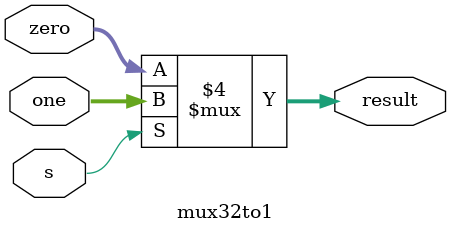
<source format=v>
module mux32to1 (output reg [4:0] result, input s, input [4:0] zero, one);

  always @(s,zero, one)
    if (s == 0) begin
      result = zero;
    end else begin
      result = one;
    end
endmodule
</source>
